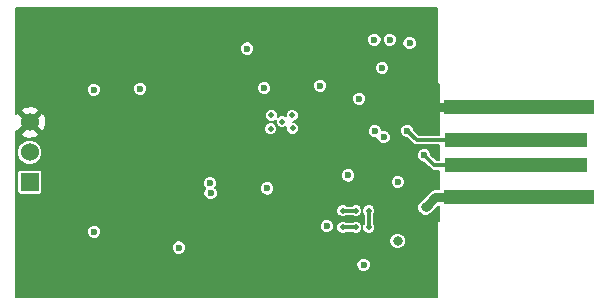
<source format=gbl>
G04 (created by PCBNEW (2013-mar-13)-testing) date Thu 16 May 2013 04:44:18 PM ICT*
%MOIN*%
G04 Gerber Fmt 3.4, Leading zero omitted, Abs format*
%FSLAX34Y34*%
G01*
G70*
G90*
G04 APERTURE LIST*
%ADD10C,0.00393701*%
%ADD11R,0.06X0.06*%
%ADD12C,0.06*%
%ADD13R,0.5X0.05*%
%ADD14R,0.472441X0.05*%
%ADD15C,0.023622*%
%ADD16C,0.019685*%
%ADD17C,0.0314961*%
%ADD18C,0.011811*%
%ADD19C,0.0314961*%
%ADD20C,0.00787402*%
G04 APERTURE END LIST*
G54D10*
G54D11*
X39960Y-35448D03*
G54D12*
X39960Y-34448D03*
X39960Y-33448D03*
G54D13*
X56279Y-35948D03*
X56279Y-32948D03*
G54D14*
X56157Y-34023D03*
X56157Y-34874D03*
G54D15*
X47204Y-30984D03*
X49645Y-32224D03*
X52539Y-33720D03*
X53110Y-34547D03*
X45964Y-35472D03*
X51456Y-33740D03*
X45984Y-35807D03*
X51751Y-33937D03*
G54D16*
X43976Y-34744D03*
X44409Y-34744D03*
X44409Y-34311D03*
X44409Y-33877D03*
X43976Y-33877D03*
X43976Y-34311D03*
X43543Y-34744D03*
X43533Y-34734D03*
X43966Y-35167D03*
X44399Y-35167D03*
X44399Y-35600D03*
X43966Y-35600D03*
X43533Y-35600D03*
X43533Y-35167D03*
X43110Y-34744D03*
X42677Y-34744D03*
X42677Y-35177D03*
X42677Y-35610D03*
X43110Y-35610D03*
X43110Y-35177D03*
X43543Y-34744D03*
X43543Y-34744D03*
X43110Y-34311D03*
X42677Y-34311D03*
X42677Y-33877D03*
X43110Y-33877D03*
X43543Y-33877D03*
X43543Y-34311D03*
G54D15*
X46377Y-34685D03*
X46555Y-31062D03*
X46535Y-33503D03*
X44763Y-37125D03*
X42696Y-37597D03*
X42716Y-31851D03*
X44744Y-31496D03*
X49370Y-31122D03*
X50944Y-32657D03*
X50570Y-35216D03*
X43641Y-32322D03*
X51712Y-31633D03*
X51957Y-30688D03*
X51447Y-30688D03*
X47775Y-32303D03*
X44921Y-37618D03*
X42106Y-37086D03*
X42086Y-32362D03*
X52618Y-30807D03*
G54D17*
X52224Y-37401D03*
G54D15*
X52224Y-35433D03*
X47874Y-35649D03*
G54D16*
X48720Y-33641D03*
X47992Y-33661D03*
X48700Y-33208D03*
X48011Y-33208D03*
X48365Y-33425D03*
G54D17*
X53149Y-36279D03*
G54D16*
X51259Y-36397D03*
X51259Y-36948D03*
X50826Y-36948D03*
X50393Y-36948D03*
X50393Y-36397D03*
X50826Y-36397D03*
G54D15*
X49862Y-36909D03*
X51082Y-38188D03*
G54D18*
X56145Y-34035D02*
X56157Y-34023D01*
X52854Y-34035D02*
X56145Y-34035D01*
X52539Y-33720D02*
X52854Y-34035D01*
X56149Y-34881D02*
X56157Y-34874D01*
X53444Y-34881D02*
X56149Y-34881D01*
X53110Y-34547D02*
X53444Y-34881D01*
X43976Y-34744D02*
X44409Y-34744D01*
X44409Y-34311D02*
X44409Y-33877D01*
X43976Y-34311D02*
X43976Y-33877D01*
X43966Y-35167D02*
X44399Y-35167D01*
X43966Y-35600D02*
X44399Y-35600D01*
X43533Y-35167D02*
X43533Y-35600D01*
X43110Y-34744D02*
X42677Y-34744D01*
X42677Y-35177D02*
X42677Y-35610D01*
X43110Y-35177D02*
X43110Y-35610D01*
X43110Y-34311D02*
X42677Y-34311D01*
X43110Y-33877D02*
X42677Y-33877D01*
X43543Y-34311D02*
X43543Y-33877D01*
X42696Y-37597D02*
X42696Y-37618D01*
X42716Y-31851D02*
X42716Y-31830D01*
G54D19*
X56279Y-32948D02*
X53429Y-32948D01*
X53425Y-32952D02*
X53425Y-32972D01*
X53429Y-32948D02*
X53425Y-32952D01*
X56279Y-35948D02*
X53480Y-35948D01*
X53480Y-35948D02*
X53149Y-36279D01*
G54D18*
X51259Y-36948D02*
X51259Y-36397D01*
X50393Y-36948D02*
X50826Y-36948D01*
X50826Y-36397D02*
X50393Y-36397D01*
G54D10*
G36*
X53582Y-36722D02*
X53576Y-36726D01*
X53544Y-36774D01*
X53533Y-36830D01*
X53533Y-39251D01*
X52500Y-39251D01*
X52500Y-37346D01*
X52460Y-37251D01*
X52460Y-35386D01*
X52424Y-35299D01*
X52358Y-35232D01*
X52271Y-35196D01*
X52193Y-35196D01*
X52193Y-30642D01*
X52157Y-30555D01*
X52091Y-30488D01*
X52004Y-30452D01*
X51910Y-30452D01*
X51823Y-30488D01*
X51756Y-30554D01*
X51720Y-30641D01*
X51720Y-30735D01*
X51756Y-30822D01*
X51823Y-30889D01*
X51909Y-30925D01*
X52003Y-30925D01*
X52090Y-30889D01*
X52157Y-30822D01*
X52193Y-30736D01*
X52193Y-30642D01*
X52193Y-35196D01*
X52177Y-35196D01*
X52090Y-35232D01*
X52024Y-35299D01*
X51988Y-35385D01*
X51988Y-33890D01*
X51952Y-33803D01*
X51948Y-33799D01*
X51948Y-31587D01*
X51912Y-31500D01*
X51846Y-31433D01*
X51759Y-31397D01*
X51683Y-31397D01*
X51683Y-30642D01*
X51647Y-30555D01*
X51581Y-30488D01*
X51494Y-30452D01*
X51400Y-30452D01*
X51313Y-30488D01*
X51246Y-30554D01*
X51210Y-30641D01*
X51210Y-30735D01*
X51246Y-30822D01*
X51313Y-30889D01*
X51399Y-30925D01*
X51493Y-30925D01*
X51580Y-30889D01*
X51647Y-30822D01*
X51683Y-30736D01*
X51683Y-30642D01*
X51683Y-31397D01*
X51665Y-31397D01*
X51578Y-31433D01*
X51512Y-31499D01*
X51476Y-31586D01*
X51476Y-31680D01*
X51512Y-31767D01*
X51578Y-31833D01*
X51665Y-31870D01*
X51759Y-31870D01*
X51846Y-31834D01*
X51912Y-31767D01*
X51948Y-31681D01*
X51948Y-31587D01*
X51948Y-33799D01*
X51885Y-33736D01*
X51799Y-33700D01*
X51705Y-33700D01*
X51692Y-33705D01*
X51692Y-33693D01*
X51657Y-33606D01*
X51590Y-33540D01*
X51503Y-33503D01*
X51409Y-33503D01*
X51323Y-33539D01*
X51256Y-33606D01*
X51220Y-33692D01*
X51220Y-33786D01*
X51256Y-33873D01*
X51322Y-33940D01*
X51409Y-33976D01*
X51503Y-33976D01*
X51515Y-33971D01*
X51515Y-33983D01*
X51551Y-34070D01*
X51617Y-34137D01*
X51704Y-34173D01*
X51798Y-34173D01*
X51885Y-34137D01*
X51952Y-34070D01*
X51988Y-33984D01*
X51988Y-33890D01*
X51988Y-35385D01*
X51988Y-35479D01*
X52024Y-35566D01*
X52090Y-35633D01*
X52177Y-35669D01*
X52271Y-35669D01*
X52358Y-35633D01*
X52424Y-35567D01*
X52460Y-35480D01*
X52460Y-35386D01*
X52460Y-37251D01*
X52458Y-37245D01*
X52380Y-37168D01*
X52279Y-37126D01*
X52169Y-37125D01*
X52068Y-37167D01*
X51990Y-37245D01*
X51948Y-37346D01*
X51948Y-37456D01*
X51990Y-37557D01*
X52068Y-37635D01*
X52169Y-37677D01*
X52279Y-37677D01*
X52380Y-37635D01*
X52457Y-37557D01*
X52500Y-37456D01*
X52500Y-37346D01*
X52500Y-39251D01*
X51476Y-39251D01*
X51476Y-36905D01*
X51443Y-36826D01*
X51437Y-36819D01*
X51437Y-36526D01*
X51443Y-36520D01*
X51476Y-36440D01*
X51476Y-36354D01*
X51443Y-36275D01*
X51382Y-36214D01*
X51303Y-36181D01*
X51216Y-36181D01*
X51181Y-36195D01*
X51181Y-32610D01*
X51145Y-32523D01*
X51078Y-32457D01*
X50992Y-32421D01*
X50898Y-32421D01*
X50811Y-32457D01*
X50744Y-32523D01*
X50708Y-32610D01*
X50708Y-32704D01*
X50744Y-32791D01*
X50810Y-32857D01*
X50897Y-32893D01*
X50991Y-32893D01*
X51078Y-32857D01*
X51145Y-32791D01*
X51181Y-32704D01*
X51181Y-32610D01*
X51181Y-36195D01*
X51137Y-36213D01*
X51076Y-36274D01*
X51043Y-36354D01*
X51043Y-36354D01*
X51010Y-36275D01*
X50949Y-36214D01*
X50870Y-36181D01*
X50807Y-36181D01*
X50807Y-35169D01*
X50771Y-35082D01*
X50704Y-35016D01*
X50618Y-34980D01*
X50524Y-34980D01*
X50437Y-35016D01*
X50370Y-35082D01*
X50334Y-35169D01*
X50334Y-35263D01*
X50370Y-35350D01*
X50436Y-35416D01*
X50523Y-35452D01*
X50617Y-35452D01*
X50704Y-35416D01*
X50771Y-35350D01*
X50807Y-35263D01*
X50807Y-35169D01*
X50807Y-36181D01*
X50783Y-36181D01*
X50704Y-36213D01*
X50697Y-36220D01*
X50522Y-36220D01*
X50516Y-36214D01*
X50436Y-36181D01*
X50350Y-36181D01*
X50271Y-36213D01*
X50210Y-36274D01*
X50177Y-36354D01*
X50177Y-36440D01*
X50210Y-36520D01*
X50270Y-36581D01*
X50350Y-36614D01*
X50436Y-36614D01*
X50516Y-36581D01*
X50522Y-36574D01*
X50697Y-36574D01*
X50703Y-36581D01*
X50783Y-36614D01*
X50869Y-36614D01*
X50949Y-36581D01*
X51010Y-36520D01*
X51043Y-36440D01*
X51043Y-36354D01*
X51043Y-36440D01*
X51076Y-36520D01*
X51082Y-36526D01*
X51082Y-36819D01*
X51076Y-36826D01*
X51043Y-36905D01*
X51043Y-36905D01*
X51010Y-36826D01*
X50949Y-36765D01*
X50870Y-36732D01*
X50783Y-36732D01*
X50704Y-36765D01*
X50697Y-36771D01*
X50522Y-36771D01*
X50516Y-36765D01*
X50436Y-36732D01*
X50350Y-36732D01*
X50271Y-36765D01*
X50210Y-36826D01*
X50177Y-36905D01*
X50177Y-36991D01*
X50210Y-37071D01*
X50270Y-37132D01*
X50350Y-37165D01*
X50436Y-37165D01*
X50516Y-37132D01*
X50522Y-37125D01*
X50697Y-37125D01*
X50703Y-37132D01*
X50783Y-37165D01*
X50869Y-37165D01*
X50949Y-37132D01*
X51010Y-37071D01*
X51043Y-36992D01*
X51043Y-36905D01*
X51043Y-36991D01*
X51076Y-37071D01*
X51137Y-37132D01*
X51216Y-37165D01*
X51302Y-37165D01*
X51382Y-37132D01*
X51443Y-37071D01*
X51476Y-36992D01*
X51476Y-36905D01*
X51476Y-39251D01*
X51318Y-39251D01*
X51318Y-38142D01*
X51283Y-38055D01*
X51216Y-37988D01*
X51129Y-37952D01*
X51035Y-37952D01*
X50949Y-37988D01*
X50882Y-38054D01*
X50846Y-38141D01*
X50846Y-38235D01*
X50882Y-38322D01*
X50948Y-38389D01*
X51035Y-38425D01*
X51129Y-38425D01*
X51216Y-38389D01*
X51282Y-38322D01*
X51318Y-38236D01*
X51318Y-38142D01*
X51318Y-39251D01*
X50098Y-39251D01*
X50098Y-36862D01*
X50062Y-36775D01*
X49996Y-36709D01*
X49909Y-36673D01*
X49881Y-36673D01*
X49881Y-32177D01*
X49846Y-32090D01*
X49779Y-32024D01*
X49692Y-31988D01*
X49598Y-31988D01*
X49512Y-32024D01*
X49445Y-32090D01*
X49409Y-32177D01*
X49409Y-32271D01*
X49445Y-32358D01*
X49511Y-32424D01*
X49598Y-32460D01*
X49692Y-32460D01*
X49779Y-32424D01*
X49845Y-32358D01*
X49881Y-32271D01*
X49881Y-32177D01*
X49881Y-36673D01*
X49815Y-36673D01*
X49728Y-36709D01*
X49662Y-36775D01*
X49626Y-36862D01*
X49625Y-36956D01*
X49661Y-37043D01*
X49728Y-37109D01*
X49815Y-37145D01*
X49908Y-37145D01*
X49995Y-37109D01*
X50062Y-37043D01*
X50098Y-36956D01*
X50098Y-36862D01*
X50098Y-39251D01*
X48937Y-39251D01*
X48937Y-33598D01*
X48904Y-33519D01*
X48843Y-33458D01*
X48763Y-33425D01*
X48743Y-33425D01*
X48823Y-33392D01*
X48884Y-33331D01*
X48917Y-33251D01*
X48917Y-33165D01*
X48884Y-33086D01*
X48823Y-33025D01*
X48744Y-32992D01*
X48657Y-32992D01*
X48578Y-33024D01*
X48517Y-33085D01*
X48484Y-33165D01*
X48484Y-33239D01*
X48409Y-33208D01*
X48322Y-33208D01*
X48243Y-33241D01*
X48225Y-33259D01*
X48228Y-33251D01*
X48228Y-33165D01*
X48195Y-33086D01*
X48134Y-33025D01*
X48055Y-32992D01*
X48011Y-32992D01*
X48011Y-32256D01*
X47975Y-32169D01*
X47909Y-32103D01*
X47822Y-32066D01*
X47728Y-32066D01*
X47641Y-32102D01*
X47575Y-32169D01*
X47539Y-32255D01*
X47539Y-32349D01*
X47575Y-32436D01*
X47641Y-32503D01*
X47728Y-32539D01*
X47822Y-32539D01*
X47909Y-32503D01*
X47975Y-32437D01*
X48011Y-32350D01*
X48011Y-32256D01*
X48011Y-32992D01*
X47968Y-32992D01*
X47889Y-33024D01*
X47828Y-33085D01*
X47795Y-33165D01*
X47795Y-33251D01*
X47828Y-33331D01*
X47888Y-33392D01*
X47968Y-33425D01*
X48054Y-33425D01*
X48134Y-33392D01*
X48152Y-33374D01*
X48149Y-33381D01*
X48149Y-33468D01*
X48182Y-33547D01*
X48243Y-33608D01*
X48322Y-33641D01*
X48408Y-33641D01*
X48488Y-33608D01*
X48507Y-33589D01*
X48503Y-33598D01*
X48503Y-33684D01*
X48536Y-33764D01*
X48597Y-33825D01*
X48677Y-33858D01*
X48763Y-33858D01*
X48842Y-33825D01*
X48903Y-33764D01*
X48936Y-33684D01*
X48937Y-33598D01*
X48937Y-39251D01*
X48208Y-39251D01*
X48208Y-33618D01*
X48175Y-33538D01*
X48114Y-33477D01*
X48035Y-33444D01*
X47949Y-33444D01*
X47869Y-33477D01*
X47808Y-33538D01*
X47775Y-33618D01*
X47775Y-33704D01*
X47808Y-33783D01*
X47869Y-33844D01*
X47948Y-33877D01*
X48035Y-33877D01*
X48114Y-33845D01*
X48175Y-33784D01*
X48208Y-33704D01*
X48208Y-33618D01*
X48208Y-39251D01*
X48110Y-39251D01*
X48110Y-35602D01*
X48074Y-35515D01*
X48007Y-35449D01*
X47921Y-35413D01*
X47827Y-35413D01*
X47740Y-35449D01*
X47673Y-35515D01*
X47637Y-35602D01*
X47637Y-35696D01*
X47673Y-35783D01*
X47740Y-35849D01*
X47826Y-35885D01*
X47920Y-35885D01*
X48007Y-35849D01*
X48074Y-35783D01*
X48110Y-35696D01*
X48110Y-35602D01*
X48110Y-39251D01*
X47440Y-39251D01*
X47440Y-30937D01*
X47405Y-30850D01*
X47338Y-30784D01*
X47251Y-30748D01*
X47157Y-30747D01*
X47071Y-30783D01*
X47004Y-30850D01*
X46968Y-30937D01*
X46968Y-31031D01*
X47004Y-31117D01*
X47070Y-31184D01*
X47157Y-31220D01*
X47251Y-31220D01*
X47338Y-31184D01*
X47404Y-31118D01*
X47440Y-31031D01*
X47440Y-30937D01*
X47440Y-39251D01*
X46220Y-39251D01*
X46220Y-35760D01*
X46184Y-35673D01*
X46141Y-35629D01*
X46164Y-35606D01*
X46200Y-35519D01*
X46200Y-35425D01*
X46164Y-35338D01*
X46098Y-35272D01*
X46011Y-35236D01*
X45917Y-35236D01*
X45830Y-35272D01*
X45764Y-35338D01*
X45728Y-35425D01*
X45728Y-35519D01*
X45764Y-35606D01*
X45807Y-35649D01*
X45784Y-35673D01*
X45748Y-35759D01*
X45747Y-35853D01*
X45783Y-35940D01*
X45850Y-36007D01*
X45937Y-36043D01*
X46031Y-36043D01*
X46117Y-36007D01*
X46184Y-35941D01*
X46220Y-35854D01*
X46220Y-35760D01*
X46220Y-39251D01*
X45157Y-39251D01*
X45157Y-37571D01*
X45121Y-37484D01*
X45055Y-37417D01*
X44968Y-37381D01*
X44874Y-37381D01*
X44787Y-37417D01*
X44721Y-37484D01*
X44685Y-37570D01*
X44684Y-37664D01*
X44720Y-37751D01*
X44787Y-37818D01*
X44874Y-37854D01*
X44968Y-37854D01*
X45054Y-37818D01*
X45121Y-37752D01*
X45157Y-37665D01*
X45157Y-37571D01*
X45157Y-39251D01*
X43877Y-39251D01*
X43877Y-32276D01*
X43842Y-32189D01*
X43775Y-32122D01*
X43688Y-32086D01*
X43594Y-32086D01*
X43508Y-32122D01*
X43441Y-32188D01*
X43405Y-32275D01*
X43405Y-32369D01*
X43441Y-32456D01*
X43507Y-32522D01*
X43594Y-32559D01*
X43688Y-32559D01*
X43775Y-32523D01*
X43841Y-32456D01*
X43877Y-32370D01*
X43877Y-32276D01*
X43877Y-39251D01*
X42342Y-39251D01*
X42342Y-37039D01*
X42322Y-36992D01*
X42322Y-32315D01*
X42286Y-32228D01*
X42220Y-32162D01*
X42133Y-32126D01*
X42039Y-32125D01*
X41952Y-32161D01*
X41886Y-32228D01*
X41850Y-32315D01*
X41850Y-32408D01*
X41886Y-32495D01*
X41952Y-32562D01*
X42039Y-32598D01*
X42133Y-32598D01*
X42220Y-32562D01*
X42286Y-32496D01*
X42322Y-32409D01*
X42322Y-32315D01*
X42322Y-36992D01*
X42306Y-36952D01*
X42240Y-36886D01*
X42153Y-36850D01*
X42059Y-36850D01*
X41972Y-36886D01*
X41906Y-36952D01*
X41870Y-37039D01*
X41870Y-37133D01*
X41905Y-37220D01*
X41972Y-37286D01*
X42059Y-37322D01*
X42153Y-37322D01*
X42239Y-37286D01*
X42306Y-37220D01*
X42342Y-37133D01*
X42342Y-37039D01*
X42342Y-39251D01*
X40506Y-39251D01*
X40506Y-33517D01*
X40491Y-33303D01*
X40438Y-33176D01*
X40347Y-33147D01*
X40261Y-33233D01*
X40261Y-33062D01*
X40232Y-32970D01*
X40029Y-32903D01*
X39815Y-32918D01*
X39688Y-32970D01*
X39659Y-33062D01*
X39960Y-33363D01*
X40261Y-33062D01*
X40261Y-33233D01*
X40046Y-33448D01*
X40347Y-33749D01*
X40438Y-33721D01*
X40506Y-33517D01*
X40506Y-39251D01*
X40378Y-39251D01*
X40378Y-34366D01*
X40315Y-34212D01*
X40261Y-34158D01*
X40261Y-33835D01*
X39960Y-33534D01*
X39659Y-33835D01*
X39688Y-33926D01*
X39891Y-33994D01*
X40106Y-33979D01*
X40232Y-33926D01*
X40261Y-33835D01*
X40261Y-34158D01*
X40197Y-34094D01*
X40044Y-34030D01*
X39877Y-34030D01*
X39724Y-34094D01*
X39606Y-34211D01*
X39542Y-34365D01*
X39542Y-34531D01*
X39605Y-34685D01*
X39723Y-34803D01*
X39877Y-34866D01*
X40043Y-34867D01*
X40197Y-34803D01*
X40314Y-34685D01*
X40378Y-34532D01*
X40378Y-34366D01*
X40378Y-39251D01*
X40378Y-39251D01*
X40378Y-35725D01*
X40378Y-35125D01*
X40360Y-35082D01*
X40327Y-35048D01*
X40284Y-35030D01*
X40237Y-35030D01*
X39637Y-35030D01*
X39593Y-35048D01*
X39560Y-35081D01*
X39542Y-35125D01*
X39542Y-35172D01*
X39542Y-35772D01*
X39560Y-35815D01*
X39593Y-35848D01*
X39637Y-35866D01*
X39684Y-35866D01*
X40284Y-35866D01*
X40327Y-35849D01*
X40360Y-35815D01*
X40378Y-35772D01*
X40378Y-35725D01*
X40378Y-39251D01*
X39488Y-39251D01*
X39488Y-33722D01*
X39573Y-33749D01*
X39874Y-33448D01*
X39573Y-33147D01*
X39488Y-33174D01*
X39488Y-29645D01*
X53533Y-29645D01*
X53533Y-32066D01*
X53544Y-32123D01*
X53576Y-32171D01*
X53582Y-32175D01*
X53582Y-33858D01*
X52927Y-33858D01*
X52854Y-33784D01*
X52854Y-30760D01*
X52818Y-30673D01*
X52752Y-30606D01*
X52665Y-30570D01*
X52571Y-30570D01*
X52484Y-30606D01*
X52417Y-30673D01*
X52381Y-30759D01*
X52381Y-30853D01*
X52417Y-30940D01*
X52484Y-31007D01*
X52570Y-31043D01*
X52664Y-31043D01*
X52751Y-31007D01*
X52818Y-30941D01*
X52854Y-30854D01*
X52854Y-30760D01*
X52854Y-33784D01*
X52775Y-33706D01*
X52775Y-33673D01*
X52739Y-33586D01*
X52673Y-33520D01*
X52586Y-33484D01*
X52492Y-33484D01*
X52405Y-33520D01*
X52339Y-33586D01*
X52303Y-33673D01*
X52303Y-33767D01*
X52338Y-33854D01*
X52405Y-33920D01*
X52492Y-33956D01*
X52525Y-33956D01*
X52729Y-34160D01*
X52786Y-34199D01*
X52786Y-34199D01*
X52854Y-34212D01*
X53582Y-34212D01*
X53582Y-34704D01*
X53518Y-34704D01*
X53346Y-34532D01*
X53346Y-34500D01*
X53310Y-34413D01*
X53244Y-34347D01*
X53157Y-34311D01*
X53063Y-34310D01*
X52976Y-34346D01*
X52910Y-34413D01*
X52874Y-34500D01*
X52873Y-34594D01*
X52909Y-34680D01*
X52976Y-34747D01*
X53063Y-34783D01*
X53095Y-34783D01*
X53319Y-35007D01*
X53377Y-35045D01*
X53377Y-35045D01*
X53444Y-35059D01*
X53582Y-35059D01*
X53582Y-35673D01*
X53480Y-35673D01*
X53374Y-35694D01*
X53285Y-35753D01*
X53285Y-35753D01*
X52954Y-36084D01*
X52954Y-36084D01*
X52916Y-36123D01*
X52894Y-36174D01*
X52894Y-36174D01*
X52894Y-36174D01*
X52874Y-36224D01*
X52873Y-36334D01*
X52894Y-36384D01*
X52894Y-36384D01*
X52894Y-36384D01*
X52915Y-36435D01*
X52954Y-36474D01*
X52954Y-36474D01*
X52993Y-36513D01*
X53044Y-36534D01*
X53044Y-36534D01*
X53044Y-36534D01*
X53094Y-36555D01*
X53149Y-36555D01*
X53204Y-36555D01*
X53255Y-36534D01*
X53255Y-36534D01*
X53255Y-36534D01*
X53305Y-36513D01*
X53344Y-36474D01*
X53344Y-36474D01*
X53344Y-36474D01*
X53383Y-36435D01*
X53383Y-36435D01*
X53582Y-36236D01*
X53582Y-36722D01*
X53582Y-36722D01*
G37*
G54D20*
X53582Y-36722D02*
X53576Y-36726D01*
X53544Y-36774D01*
X53533Y-36830D01*
X53533Y-39251D01*
X52500Y-39251D01*
X52500Y-37346D01*
X52460Y-37251D01*
X52460Y-35386D01*
X52424Y-35299D01*
X52358Y-35232D01*
X52271Y-35196D01*
X52193Y-35196D01*
X52193Y-30642D01*
X52157Y-30555D01*
X52091Y-30488D01*
X52004Y-30452D01*
X51910Y-30452D01*
X51823Y-30488D01*
X51756Y-30554D01*
X51720Y-30641D01*
X51720Y-30735D01*
X51756Y-30822D01*
X51823Y-30889D01*
X51909Y-30925D01*
X52003Y-30925D01*
X52090Y-30889D01*
X52157Y-30822D01*
X52193Y-30736D01*
X52193Y-30642D01*
X52193Y-35196D01*
X52177Y-35196D01*
X52090Y-35232D01*
X52024Y-35299D01*
X51988Y-35385D01*
X51988Y-33890D01*
X51952Y-33803D01*
X51948Y-33799D01*
X51948Y-31587D01*
X51912Y-31500D01*
X51846Y-31433D01*
X51759Y-31397D01*
X51683Y-31397D01*
X51683Y-30642D01*
X51647Y-30555D01*
X51581Y-30488D01*
X51494Y-30452D01*
X51400Y-30452D01*
X51313Y-30488D01*
X51246Y-30554D01*
X51210Y-30641D01*
X51210Y-30735D01*
X51246Y-30822D01*
X51313Y-30889D01*
X51399Y-30925D01*
X51493Y-30925D01*
X51580Y-30889D01*
X51647Y-30822D01*
X51683Y-30736D01*
X51683Y-30642D01*
X51683Y-31397D01*
X51665Y-31397D01*
X51578Y-31433D01*
X51512Y-31499D01*
X51476Y-31586D01*
X51476Y-31680D01*
X51512Y-31767D01*
X51578Y-31833D01*
X51665Y-31870D01*
X51759Y-31870D01*
X51846Y-31834D01*
X51912Y-31767D01*
X51948Y-31681D01*
X51948Y-31587D01*
X51948Y-33799D01*
X51885Y-33736D01*
X51799Y-33700D01*
X51705Y-33700D01*
X51692Y-33705D01*
X51692Y-33693D01*
X51657Y-33606D01*
X51590Y-33540D01*
X51503Y-33503D01*
X51409Y-33503D01*
X51323Y-33539D01*
X51256Y-33606D01*
X51220Y-33692D01*
X51220Y-33786D01*
X51256Y-33873D01*
X51322Y-33940D01*
X51409Y-33976D01*
X51503Y-33976D01*
X51515Y-33971D01*
X51515Y-33983D01*
X51551Y-34070D01*
X51617Y-34137D01*
X51704Y-34173D01*
X51798Y-34173D01*
X51885Y-34137D01*
X51952Y-34070D01*
X51988Y-33984D01*
X51988Y-33890D01*
X51988Y-35385D01*
X51988Y-35479D01*
X52024Y-35566D01*
X52090Y-35633D01*
X52177Y-35669D01*
X52271Y-35669D01*
X52358Y-35633D01*
X52424Y-35567D01*
X52460Y-35480D01*
X52460Y-35386D01*
X52460Y-37251D01*
X52458Y-37245D01*
X52380Y-37168D01*
X52279Y-37126D01*
X52169Y-37125D01*
X52068Y-37167D01*
X51990Y-37245D01*
X51948Y-37346D01*
X51948Y-37456D01*
X51990Y-37557D01*
X52068Y-37635D01*
X52169Y-37677D01*
X52279Y-37677D01*
X52380Y-37635D01*
X52457Y-37557D01*
X52500Y-37456D01*
X52500Y-37346D01*
X52500Y-39251D01*
X51476Y-39251D01*
X51476Y-36905D01*
X51443Y-36826D01*
X51437Y-36819D01*
X51437Y-36526D01*
X51443Y-36520D01*
X51476Y-36440D01*
X51476Y-36354D01*
X51443Y-36275D01*
X51382Y-36214D01*
X51303Y-36181D01*
X51216Y-36181D01*
X51181Y-36195D01*
X51181Y-32610D01*
X51145Y-32523D01*
X51078Y-32457D01*
X50992Y-32421D01*
X50898Y-32421D01*
X50811Y-32457D01*
X50744Y-32523D01*
X50708Y-32610D01*
X50708Y-32704D01*
X50744Y-32791D01*
X50810Y-32857D01*
X50897Y-32893D01*
X50991Y-32893D01*
X51078Y-32857D01*
X51145Y-32791D01*
X51181Y-32704D01*
X51181Y-32610D01*
X51181Y-36195D01*
X51137Y-36213D01*
X51076Y-36274D01*
X51043Y-36354D01*
X51043Y-36354D01*
X51010Y-36275D01*
X50949Y-36214D01*
X50870Y-36181D01*
X50807Y-36181D01*
X50807Y-35169D01*
X50771Y-35082D01*
X50704Y-35016D01*
X50618Y-34980D01*
X50524Y-34980D01*
X50437Y-35016D01*
X50370Y-35082D01*
X50334Y-35169D01*
X50334Y-35263D01*
X50370Y-35350D01*
X50436Y-35416D01*
X50523Y-35452D01*
X50617Y-35452D01*
X50704Y-35416D01*
X50771Y-35350D01*
X50807Y-35263D01*
X50807Y-35169D01*
X50807Y-36181D01*
X50783Y-36181D01*
X50704Y-36213D01*
X50697Y-36220D01*
X50522Y-36220D01*
X50516Y-36214D01*
X50436Y-36181D01*
X50350Y-36181D01*
X50271Y-36213D01*
X50210Y-36274D01*
X50177Y-36354D01*
X50177Y-36440D01*
X50210Y-36520D01*
X50270Y-36581D01*
X50350Y-36614D01*
X50436Y-36614D01*
X50516Y-36581D01*
X50522Y-36574D01*
X50697Y-36574D01*
X50703Y-36581D01*
X50783Y-36614D01*
X50869Y-36614D01*
X50949Y-36581D01*
X51010Y-36520D01*
X51043Y-36440D01*
X51043Y-36354D01*
X51043Y-36440D01*
X51076Y-36520D01*
X51082Y-36526D01*
X51082Y-36819D01*
X51076Y-36826D01*
X51043Y-36905D01*
X51043Y-36905D01*
X51010Y-36826D01*
X50949Y-36765D01*
X50870Y-36732D01*
X50783Y-36732D01*
X50704Y-36765D01*
X50697Y-36771D01*
X50522Y-36771D01*
X50516Y-36765D01*
X50436Y-36732D01*
X50350Y-36732D01*
X50271Y-36765D01*
X50210Y-36826D01*
X50177Y-36905D01*
X50177Y-36991D01*
X50210Y-37071D01*
X50270Y-37132D01*
X50350Y-37165D01*
X50436Y-37165D01*
X50516Y-37132D01*
X50522Y-37125D01*
X50697Y-37125D01*
X50703Y-37132D01*
X50783Y-37165D01*
X50869Y-37165D01*
X50949Y-37132D01*
X51010Y-37071D01*
X51043Y-36992D01*
X51043Y-36905D01*
X51043Y-36991D01*
X51076Y-37071D01*
X51137Y-37132D01*
X51216Y-37165D01*
X51302Y-37165D01*
X51382Y-37132D01*
X51443Y-37071D01*
X51476Y-36992D01*
X51476Y-36905D01*
X51476Y-39251D01*
X51318Y-39251D01*
X51318Y-38142D01*
X51283Y-38055D01*
X51216Y-37988D01*
X51129Y-37952D01*
X51035Y-37952D01*
X50949Y-37988D01*
X50882Y-38054D01*
X50846Y-38141D01*
X50846Y-38235D01*
X50882Y-38322D01*
X50948Y-38389D01*
X51035Y-38425D01*
X51129Y-38425D01*
X51216Y-38389D01*
X51282Y-38322D01*
X51318Y-38236D01*
X51318Y-38142D01*
X51318Y-39251D01*
X50098Y-39251D01*
X50098Y-36862D01*
X50062Y-36775D01*
X49996Y-36709D01*
X49909Y-36673D01*
X49881Y-36673D01*
X49881Y-32177D01*
X49846Y-32090D01*
X49779Y-32024D01*
X49692Y-31988D01*
X49598Y-31988D01*
X49512Y-32024D01*
X49445Y-32090D01*
X49409Y-32177D01*
X49409Y-32271D01*
X49445Y-32358D01*
X49511Y-32424D01*
X49598Y-32460D01*
X49692Y-32460D01*
X49779Y-32424D01*
X49845Y-32358D01*
X49881Y-32271D01*
X49881Y-32177D01*
X49881Y-36673D01*
X49815Y-36673D01*
X49728Y-36709D01*
X49662Y-36775D01*
X49626Y-36862D01*
X49625Y-36956D01*
X49661Y-37043D01*
X49728Y-37109D01*
X49815Y-37145D01*
X49908Y-37145D01*
X49995Y-37109D01*
X50062Y-37043D01*
X50098Y-36956D01*
X50098Y-36862D01*
X50098Y-39251D01*
X48937Y-39251D01*
X48937Y-33598D01*
X48904Y-33519D01*
X48843Y-33458D01*
X48763Y-33425D01*
X48743Y-33425D01*
X48823Y-33392D01*
X48884Y-33331D01*
X48917Y-33251D01*
X48917Y-33165D01*
X48884Y-33086D01*
X48823Y-33025D01*
X48744Y-32992D01*
X48657Y-32992D01*
X48578Y-33024D01*
X48517Y-33085D01*
X48484Y-33165D01*
X48484Y-33239D01*
X48409Y-33208D01*
X48322Y-33208D01*
X48243Y-33241D01*
X48225Y-33259D01*
X48228Y-33251D01*
X48228Y-33165D01*
X48195Y-33086D01*
X48134Y-33025D01*
X48055Y-32992D01*
X48011Y-32992D01*
X48011Y-32256D01*
X47975Y-32169D01*
X47909Y-32103D01*
X47822Y-32066D01*
X47728Y-32066D01*
X47641Y-32102D01*
X47575Y-32169D01*
X47539Y-32255D01*
X47539Y-32349D01*
X47575Y-32436D01*
X47641Y-32503D01*
X47728Y-32539D01*
X47822Y-32539D01*
X47909Y-32503D01*
X47975Y-32437D01*
X48011Y-32350D01*
X48011Y-32256D01*
X48011Y-32992D01*
X47968Y-32992D01*
X47889Y-33024D01*
X47828Y-33085D01*
X47795Y-33165D01*
X47795Y-33251D01*
X47828Y-33331D01*
X47888Y-33392D01*
X47968Y-33425D01*
X48054Y-33425D01*
X48134Y-33392D01*
X48152Y-33374D01*
X48149Y-33381D01*
X48149Y-33468D01*
X48182Y-33547D01*
X48243Y-33608D01*
X48322Y-33641D01*
X48408Y-33641D01*
X48488Y-33608D01*
X48507Y-33589D01*
X48503Y-33598D01*
X48503Y-33684D01*
X48536Y-33764D01*
X48597Y-33825D01*
X48677Y-33858D01*
X48763Y-33858D01*
X48842Y-33825D01*
X48903Y-33764D01*
X48936Y-33684D01*
X48937Y-33598D01*
X48937Y-39251D01*
X48208Y-39251D01*
X48208Y-33618D01*
X48175Y-33538D01*
X48114Y-33477D01*
X48035Y-33444D01*
X47949Y-33444D01*
X47869Y-33477D01*
X47808Y-33538D01*
X47775Y-33618D01*
X47775Y-33704D01*
X47808Y-33783D01*
X47869Y-33844D01*
X47948Y-33877D01*
X48035Y-33877D01*
X48114Y-33845D01*
X48175Y-33784D01*
X48208Y-33704D01*
X48208Y-33618D01*
X48208Y-39251D01*
X48110Y-39251D01*
X48110Y-35602D01*
X48074Y-35515D01*
X48007Y-35449D01*
X47921Y-35413D01*
X47827Y-35413D01*
X47740Y-35449D01*
X47673Y-35515D01*
X47637Y-35602D01*
X47637Y-35696D01*
X47673Y-35783D01*
X47740Y-35849D01*
X47826Y-35885D01*
X47920Y-35885D01*
X48007Y-35849D01*
X48074Y-35783D01*
X48110Y-35696D01*
X48110Y-35602D01*
X48110Y-39251D01*
X47440Y-39251D01*
X47440Y-30937D01*
X47405Y-30850D01*
X47338Y-30784D01*
X47251Y-30748D01*
X47157Y-30747D01*
X47071Y-30783D01*
X47004Y-30850D01*
X46968Y-30937D01*
X46968Y-31031D01*
X47004Y-31117D01*
X47070Y-31184D01*
X47157Y-31220D01*
X47251Y-31220D01*
X47338Y-31184D01*
X47404Y-31118D01*
X47440Y-31031D01*
X47440Y-30937D01*
X47440Y-39251D01*
X46220Y-39251D01*
X46220Y-35760D01*
X46184Y-35673D01*
X46141Y-35629D01*
X46164Y-35606D01*
X46200Y-35519D01*
X46200Y-35425D01*
X46164Y-35338D01*
X46098Y-35272D01*
X46011Y-35236D01*
X45917Y-35236D01*
X45830Y-35272D01*
X45764Y-35338D01*
X45728Y-35425D01*
X45728Y-35519D01*
X45764Y-35606D01*
X45807Y-35649D01*
X45784Y-35673D01*
X45748Y-35759D01*
X45747Y-35853D01*
X45783Y-35940D01*
X45850Y-36007D01*
X45937Y-36043D01*
X46031Y-36043D01*
X46117Y-36007D01*
X46184Y-35941D01*
X46220Y-35854D01*
X46220Y-35760D01*
X46220Y-39251D01*
X45157Y-39251D01*
X45157Y-37571D01*
X45121Y-37484D01*
X45055Y-37417D01*
X44968Y-37381D01*
X44874Y-37381D01*
X44787Y-37417D01*
X44721Y-37484D01*
X44685Y-37570D01*
X44684Y-37664D01*
X44720Y-37751D01*
X44787Y-37818D01*
X44874Y-37854D01*
X44968Y-37854D01*
X45054Y-37818D01*
X45121Y-37752D01*
X45157Y-37665D01*
X45157Y-37571D01*
X45157Y-39251D01*
X43877Y-39251D01*
X43877Y-32276D01*
X43842Y-32189D01*
X43775Y-32122D01*
X43688Y-32086D01*
X43594Y-32086D01*
X43508Y-32122D01*
X43441Y-32188D01*
X43405Y-32275D01*
X43405Y-32369D01*
X43441Y-32456D01*
X43507Y-32522D01*
X43594Y-32559D01*
X43688Y-32559D01*
X43775Y-32523D01*
X43841Y-32456D01*
X43877Y-32370D01*
X43877Y-32276D01*
X43877Y-39251D01*
X42342Y-39251D01*
X42342Y-37039D01*
X42322Y-36992D01*
X42322Y-32315D01*
X42286Y-32228D01*
X42220Y-32162D01*
X42133Y-32126D01*
X42039Y-32125D01*
X41952Y-32161D01*
X41886Y-32228D01*
X41850Y-32315D01*
X41850Y-32408D01*
X41886Y-32495D01*
X41952Y-32562D01*
X42039Y-32598D01*
X42133Y-32598D01*
X42220Y-32562D01*
X42286Y-32496D01*
X42322Y-32409D01*
X42322Y-32315D01*
X42322Y-36992D01*
X42306Y-36952D01*
X42240Y-36886D01*
X42153Y-36850D01*
X42059Y-36850D01*
X41972Y-36886D01*
X41906Y-36952D01*
X41870Y-37039D01*
X41870Y-37133D01*
X41905Y-37220D01*
X41972Y-37286D01*
X42059Y-37322D01*
X42153Y-37322D01*
X42239Y-37286D01*
X42306Y-37220D01*
X42342Y-37133D01*
X42342Y-37039D01*
X42342Y-39251D01*
X40506Y-39251D01*
X40506Y-33517D01*
X40491Y-33303D01*
X40438Y-33176D01*
X40347Y-33147D01*
X40261Y-33233D01*
X40261Y-33062D01*
X40232Y-32970D01*
X40029Y-32903D01*
X39815Y-32918D01*
X39688Y-32970D01*
X39659Y-33062D01*
X39960Y-33363D01*
X40261Y-33062D01*
X40261Y-33233D01*
X40046Y-33448D01*
X40347Y-33749D01*
X40438Y-33721D01*
X40506Y-33517D01*
X40506Y-39251D01*
X40378Y-39251D01*
X40378Y-34366D01*
X40315Y-34212D01*
X40261Y-34158D01*
X40261Y-33835D01*
X39960Y-33534D01*
X39659Y-33835D01*
X39688Y-33926D01*
X39891Y-33994D01*
X40106Y-33979D01*
X40232Y-33926D01*
X40261Y-33835D01*
X40261Y-34158D01*
X40197Y-34094D01*
X40044Y-34030D01*
X39877Y-34030D01*
X39724Y-34094D01*
X39606Y-34211D01*
X39542Y-34365D01*
X39542Y-34531D01*
X39605Y-34685D01*
X39723Y-34803D01*
X39877Y-34866D01*
X40043Y-34867D01*
X40197Y-34803D01*
X40314Y-34685D01*
X40378Y-34532D01*
X40378Y-34366D01*
X40378Y-39251D01*
X40378Y-39251D01*
X40378Y-35725D01*
X40378Y-35125D01*
X40360Y-35082D01*
X40327Y-35048D01*
X40284Y-35030D01*
X40237Y-35030D01*
X39637Y-35030D01*
X39593Y-35048D01*
X39560Y-35081D01*
X39542Y-35125D01*
X39542Y-35172D01*
X39542Y-35772D01*
X39560Y-35815D01*
X39593Y-35848D01*
X39637Y-35866D01*
X39684Y-35866D01*
X40284Y-35866D01*
X40327Y-35849D01*
X40360Y-35815D01*
X40378Y-35772D01*
X40378Y-35725D01*
X40378Y-39251D01*
X39488Y-39251D01*
X39488Y-33722D01*
X39573Y-33749D01*
X39874Y-33448D01*
X39573Y-33147D01*
X39488Y-33174D01*
X39488Y-29645D01*
X53533Y-29645D01*
X53533Y-32066D01*
X53544Y-32123D01*
X53576Y-32171D01*
X53582Y-32175D01*
X53582Y-33858D01*
X52927Y-33858D01*
X52854Y-33784D01*
X52854Y-30760D01*
X52818Y-30673D01*
X52752Y-30606D01*
X52665Y-30570D01*
X52571Y-30570D01*
X52484Y-30606D01*
X52417Y-30673D01*
X52381Y-30759D01*
X52381Y-30853D01*
X52417Y-30940D01*
X52484Y-31007D01*
X52570Y-31043D01*
X52664Y-31043D01*
X52751Y-31007D01*
X52818Y-30941D01*
X52854Y-30854D01*
X52854Y-30760D01*
X52854Y-33784D01*
X52775Y-33706D01*
X52775Y-33673D01*
X52739Y-33586D01*
X52673Y-33520D01*
X52586Y-33484D01*
X52492Y-33484D01*
X52405Y-33520D01*
X52339Y-33586D01*
X52303Y-33673D01*
X52303Y-33767D01*
X52338Y-33854D01*
X52405Y-33920D01*
X52492Y-33956D01*
X52525Y-33956D01*
X52729Y-34160D01*
X52786Y-34199D01*
X52786Y-34199D01*
X52854Y-34212D01*
X53582Y-34212D01*
X53582Y-34704D01*
X53518Y-34704D01*
X53346Y-34532D01*
X53346Y-34500D01*
X53310Y-34413D01*
X53244Y-34347D01*
X53157Y-34311D01*
X53063Y-34310D01*
X52976Y-34346D01*
X52910Y-34413D01*
X52874Y-34500D01*
X52873Y-34594D01*
X52909Y-34680D01*
X52976Y-34747D01*
X53063Y-34783D01*
X53095Y-34783D01*
X53319Y-35007D01*
X53377Y-35045D01*
X53377Y-35045D01*
X53444Y-35059D01*
X53582Y-35059D01*
X53582Y-35673D01*
X53480Y-35673D01*
X53374Y-35694D01*
X53285Y-35753D01*
X53285Y-35753D01*
X52954Y-36084D01*
X52954Y-36084D01*
X52916Y-36123D01*
X52894Y-36174D01*
X52894Y-36174D01*
X52894Y-36174D01*
X52874Y-36224D01*
X52873Y-36334D01*
X52894Y-36384D01*
X52894Y-36384D01*
X52894Y-36384D01*
X52915Y-36435D01*
X52954Y-36474D01*
X52954Y-36474D01*
X52993Y-36513D01*
X53044Y-36534D01*
X53044Y-36534D01*
X53044Y-36534D01*
X53094Y-36555D01*
X53149Y-36555D01*
X53204Y-36555D01*
X53255Y-36534D01*
X53255Y-36534D01*
X53255Y-36534D01*
X53305Y-36513D01*
X53344Y-36474D01*
X53344Y-36474D01*
X53344Y-36474D01*
X53383Y-36435D01*
X53383Y-36435D01*
X53582Y-36236D01*
X53582Y-36722D01*
M02*

</source>
